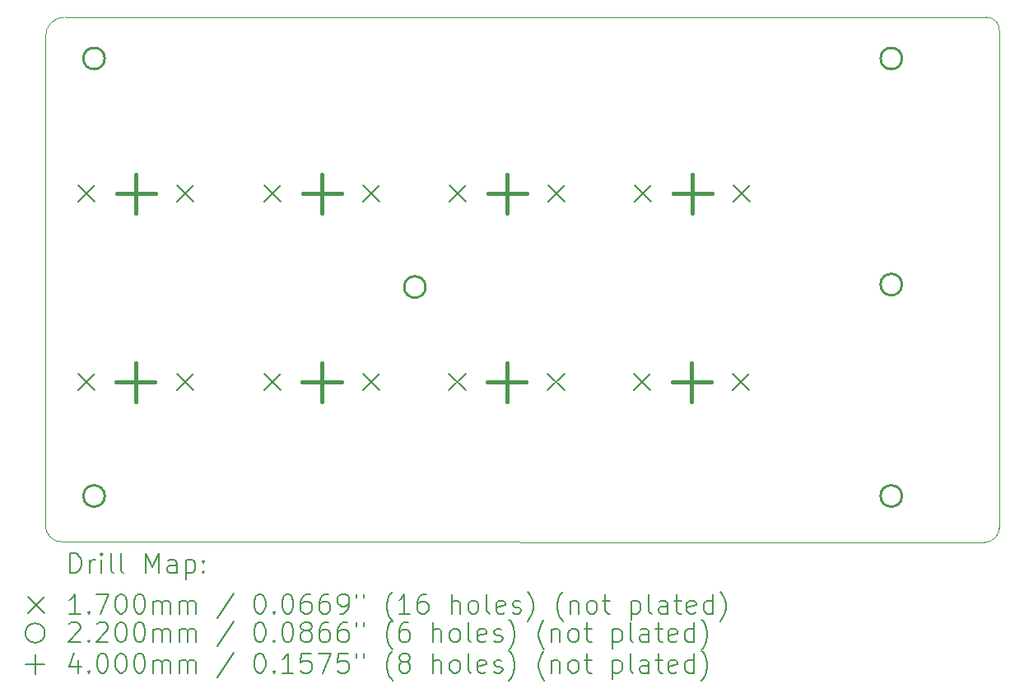
<source format=gbr>
%TF.GenerationSoftware,KiCad,Pcbnew,9.0.4*%
%TF.CreationDate,2025-09-21T01:01:59-07:00*%
%TF.ProjectId,Macro_Pad,4d616372-6f5f-4506-9164-2e6b69636164,rev?*%
%TF.SameCoordinates,Original*%
%TF.FileFunction,Drillmap*%
%TF.FilePolarity,Positive*%
%FSLAX45Y45*%
G04 Gerber Fmt 4.5, Leading zero omitted, Abs format (unit mm)*
G04 Created by KiCad (PCBNEW 9.0.4) date 2025-09-21 01:01:59*
%MOMM*%
%LPD*%
G01*
G04 APERTURE LIST*
%ADD10C,0.100000*%
%ADD11C,0.200000*%
%ADD12C,0.170000*%
%ADD13C,0.220000*%
%ADD14C,0.400000*%
G04 APERTURE END LIST*
D10*
X20380000Y-8675000D02*
X10905914Y-8674707D01*
X10872512Y-14072666D02*
X20361244Y-14074342D01*
X10701201Y-8874537D02*
G75*
G02*
X10905914Y-8674715I195169J4827D01*
G01*
X20510054Y-13929911D02*
X20512002Y-8814988D01*
X10872522Y-14072666D02*
G75*
G02*
X10698608Y-13899830I-1412J172496D01*
G01*
X10701201Y-8874534D02*
X10698606Y-13899830D01*
X20380000Y-8675000D02*
G75*
G02*
X20512002Y-8814988I0J-132230D01*
G01*
X20510054Y-13930003D02*
G75*
G02*
X20361244Y-14074335I-144364J-37D01*
G01*
D11*
D12*
X11033000Y-12343000D02*
X11203000Y-12513000D01*
X11203000Y-12343000D02*
X11033000Y-12513000D01*
X11039000Y-10405000D02*
X11209000Y-10575000D01*
X11209000Y-10405000D02*
X11039000Y-10575000D01*
X12049000Y-12343000D02*
X12219000Y-12513000D01*
X12219000Y-12343000D02*
X12049000Y-12513000D01*
X12055000Y-10405000D02*
X12225000Y-10575000D01*
X12225000Y-10405000D02*
X12055000Y-10575000D01*
X12951000Y-12343000D02*
X13121000Y-12513000D01*
X13121000Y-12343000D02*
X12951000Y-12513000D01*
X12953000Y-10405000D02*
X13123000Y-10575000D01*
X13123000Y-10405000D02*
X12953000Y-10575000D01*
X13967000Y-12343000D02*
X14137000Y-12513000D01*
X14137000Y-12343000D02*
X13967000Y-12513000D01*
X13969000Y-10405000D02*
X14139000Y-10575000D01*
X14139000Y-10405000D02*
X13969000Y-10575000D01*
X14851000Y-12343000D02*
X15021000Y-12513000D01*
X15021000Y-12343000D02*
X14851000Y-12513000D01*
X14857000Y-10405000D02*
X15027000Y-10575000D01*
X15027000Y-10405000D02*
X14857000Y-10575000D01*
X15867000Y-12343000D02*
X16037000Y-12513000D01*
X16037000Y-12343000D02*
X15867000Y-12513000D01*
X15873000Y-10405000D02*
X16043000Y-10575000D01*
X16043000Y-10405000D02*
X15873000Y-10575000D01*
X16753000Y-12343000D02*
X16923000Y-12513000D01*
X16923000Y-12343000D02*
X16753000Y-12513000D01*
X16763000Y-10405000D02*
X16933000Y-10575000D01*
X16933000Y-10405000D02*
X16763000Y-10575000D01*
X17769000Y-12343000D02*
X17939000Y-12513000D01*
X17939000Y-12343000D02*
X17769000Y-12513000D01*
X17779000Y-10405000D02*
X17949000Y-10575000D01*
X17949000Y-10405000D02*
X17779000Y-10575000D01*
D13*
X11310000Y-9100000D02*
G75*
G02*
X11090000Y-9100000I-110000J0D01*
G01*
X11090000Y-9100000D02*
G75*
G02*
X11310000Y-9100000I110000J0D01*
G01*
X11310000Y-13600000D02*
G75*
G02*
X11090000Y-13600000I-110000J0D01*
G01*
X11090000Y-13600000D02*
G75*
G02*
X11310000Y-13600000I110000J0D01*
G01*
X14610000Y-11450000D02*
G75*
G02*
X14390000Y-11450000I-110000J0D01*
G01*
X14390000Y-11450000D02*
G75*
G02*
X14610000Y-11450000I110000J0D01*
G01*
X19510000Y-9100000D02*
G75*
G02*
X19290000Y-9100000I-110000J0D01*
G01*
X19290000Y-9100000D02*
G75*
G02*
X19510000Y-9100000I110000J0D01*
G01*
X19510000Y-11425000D02*
G75*
G02*
X19290000Y-11425000I-110000J0D01*
G01*
X19290000Y-11425000D02*
G75*
G02*
X19510000Y-11425000I110000J0D01*
G01*
X19510000Y-13600000D02*
G75*
G02*
X19290000Y-13600000I-110000J0D01*
G01*
X19290000Y-13600000D02*
G75*
G02*
X19510000Y-13600000I110000J0D01*
G01*
D14*
X11626000Y-12228000D02*
X11626000Y-12628000D01*
X11426000Y-12428000D02*
X11826000Y-12428000D01*
X11632000Y-10290000D02*
X11632000Y-10690000D01*
X11432000Y-10490000D02*
X11832000Y-10490000D01*
X13544000Y-12228000D02*
X13544000Y-12628000D01*
X13344000Y-12428000D02*
X13744000Y-12428000D01*
X13546000Y-10290000D02*
X13546000Y-10690000D01*
X13346000Y-10490000D02*
X13746000Y-10490000D01*
X15444000Y-12228000D02*
X15444000Y-12628000D01*
X15244000Y-12428000D02*
X15644000Y-12428000D01*
X15450000Y-10290000D02*
X15450000Y-10690000D01*
X15250000Y-10490000D02*
X15650000Y-10490000D01*
X17346000Y-12228000D02*
X17346000Y-12628000D01*
X17146000Y-12428000D02*
X17546000Y-12428000D01*
X17356000Y-10290000D02*
X17356000Y-10690000D01*
X17156000Y-10490000D02*
X17556000Y-10490000D01*
D11*
X10954383Y-14390887D02*
X10954383Y-14190887D01*
X10954383Y-14190887D02*
X11002002Y-14190887D01*
X11002002Y-14190887D02*
X11030573Y-14200411D01*
X11030573Y-14200411D02*
X11049621Y-14219459D01*
X11049621Y-14219459D02*
X11059145Y-14238506D01*
X11059145Y-14238506D02*
X11068668Y-14276602D01*
X11068668Y-14276602D02*
X11068668Y-14305173D01*
X11068668Y-14305173D02*
X11059145Y-14343268D01*
X11059145Y-14343268D02*
X11049621Y-14362316D01*
X11049621Y-14362316D02*
X11030573Y-14381364D01*
X11030573Y-14381364D02*
X11002002Y-14390887D01*
X11002002Y-14390887D02*
X10954383Y-14390887D01*
X11154383Y-14390887D02*
X11154383Y-14257554D01*
X11154383Y-14295649D02*
X11163906Y-14276602D01*
X11163906Y-14276602D02*
X11173430Y-14267078D01*
X11173430Y-14267078D02*
X11192478Y-14257554D01*
X11192478Y-14257554D02*
X11211525Y-14257554D01*
X11278192Y-14390887D02*
X11278192Y-14257554D01*
X11278192Y-14190887D02*
X11268668Y-14200411D01*
X11268668Y-14200411D02*
X11278192Y-14209935D01*
X11278192Y-14209935D02*
X11287716Y-14200411D01*
X11287716Y-14200411D02*
X11278192Y-14190887D01*
X11278192Y-14190887D02*
X11278192Y-14209935D01*
X11402002Y-14390887D02*
X11382954Y-14381364D01*
X11382954Y-14381364D02*
X11373430Y-14362316D01*
X11373430Y-14362316D02*
X11373430Y-14190887D01*
X11506763Y-14390887D02*
X11487716Y-14381364D01*
X11487716Y-14381364D02*
X11478192Y-14362316D01*
X11478192Y-14362316D02*
X11478192Y-14190887D01*
X11735335Y-14390887D02*
X11735335Y-14190887D01*
X11735335Y-14190887D02*
X11802002Y-14333744D01*
X11802002Y-14333744D02*
X11868668Y-14190887D01*
X11868668Y-14190887D02*
X11868668Y-14390887D01*
X12049621Y-14390887D02*
X12049621Y-14286125D01*
X12049621Y-14286125D02*
X12040097Y-14267078D01*
X12040097Y-14267078D02*
X12021049Y-14257554D01*
X12021049Y-14257554D02*
X11982954Y-14257554D01*
X11982954Y-14257554D02*
X11963906Y-14267078D01*
X12049621Y-14381364D02*
X12030573Y-14390887D01*
X12030573Y-14390887D02*
X11982954Y-14390887D01*
X11982954Y-14390887D02*
X11963906Y-14381364D01*
X11963906Y-14381364D02*
X11954383Y-14362316D01*
X11954383Y-14362316D02*
X11954383Y-14343268D01*
X11954383Y-14343268D02*
X11963906Y-14324221D01*
X11963906Y-14324221D02*
X11982954Y-14314697D01*
X11982954Y-14314697D02*
X12030573Y-14314697D01*
X12030573Y-14314697D02*
X12049621Y-14305173D01*
X12144859Y-14257554D02*
X12144859Y-14457554D01*
X12144859Y-14267078D02*
X12163906Y-14257554D01*
X12163906Y-14257554D02*
X12202002Y-14257554D01*
X12202002Y-14257554D02*
X12221049Y-14267078D01*
X12221049Y-14267078D02*
X12230573Y-14276602D01*
X12230573Y-14276602D02*
X12240097Y-14295649D01*
X12240097Y-14295649D02*
X12240097Y-14352792D01*
X12240097Y-14352792D02*
X12230573Y-14371840D01*
X12230573Y-14371840D02*
X12221049Y-14381364D01*
X12221049Y-14381364D02*
X12202002Y-14390887D01*
X12202002Y-14390887D02*
X12163906Y-14390887D01*
X12163906Y-14390887D02*
X12144859Y-14381364D01*
X12325811Y-14371840D02*
X12335335Y-14381364D01*
X12335335Y-14381364D02*
X12325811Y-14390887D01*
X12325811Y-14390887D02*
X12316287Y-14381364D01*
X12316287Y-14381364D02*
X12325811Y-14371840D01*
X12325811Y-14371840D02*
X12325811Y-14390887D01*
X12325811Y-14267078D02*
X12335335Y-14276602D01*
X12335335Y-14276602D02*
X12325811Y-14286125D01*
X12325811Y-14286125D02*
X12316287Y-14276602D01*
X12316287Y-14276602D02*
X12325811Y-14267078D01*
X12325811Y-14267078D02*
X12325811Y-14286125D01*
D12*
X10523606Y-14634404D02*
X10693606Y-14804404D01*
X10693606Y-14634404D02*
X10523606Y-14804404D01*
D11*
X11059145Y-14810887D02*
X10944859Y-14810887D01*
X11002002Y-14810887D02*
X11002002Y-14610887D01*
X11002002Y-14610887D02*
X10982954Y-14639459D01*
X10982954Y-14639459D02*
X10963906Y-14658506D01*
X10963906Y-14658506D02*
X10944859Y-14668030D01*
X11144859Y-14791840D02*
X11154383Y-14801364D01*
X11154383Y-14801364D02*
X11144859Y-14810887D01*
X11144859Y-14810887D02*
X11135335Y-14801364D01*
X11135335Y-14801364D02*
X11144859Y-14791840D01*
X11144859Y-14791840D02*
X11144859Y-14810887D01*
X11221049Y-14610887D02*
X11354383Y-14610887D01*
X11354383Y-14610887D02*
X11268668Y-14810887D01*
X11468668Y-14610887D02*
X11487716Y-14610887D01*
X11487716Y-14610887D02*
X11506764Y-14620411D01*
X11506764Y-14620411D02*
X11516287Y-14629935D01*
X11516287Y-14629935D02*
X11525811Y-14648983D01*
X11525811Y-14648983D02*
X11535335Y-14687078D01*
X11535335Y-14687078D02*
X11535335Y-14734697D01*
X11535335Y-14734697D02*
X11525811Y-14772792D01*
X11525811Y-14772792D02*
X11516287Y-14791840D01*
X11516287Y-14791840D02*
X11506764Y-14801364D01*
X11506764Y-14801364D02*
X11487716Y-14810887D01*
X11487716Y-14810887D02*
X11468668Y-14810887D01*
X11468668Y-14810887D02*
X11449621Y-14801364D01*
X11449621Y-14801364D02*
X11440097Y-14791840D01*
X11440097Y-14791840D02*
X11430573Y-14772792D01*
X11430573Y-14772792D02*
X11421049Y-14734697D01*
X11421049Y-14734697D02*
X11421049Y-14687078D01*
X11421049Y-14687078D02*
X11430573Y-14648983D01*
X11430573Y-14648983D02*
X11440097Y-14629935D01*
X11440097Y-14629935D02*
X11449621Y-14620411D01*
X11449621Y-14620411D02*
X11468668Y-14610887D01*
X11659144Y-14610887D02*
X11678192Y-14610887D01*
X11678192Y-14610887D02*
X11697240Y-14620411D01*
X11697240Y-14620411D02*
X11706764Y-14629935D01*
X11706764Y-14629935D02*
X11716287Y-14648983D01*
X11716287Y-14648983D02*
X11725811Y-14687078D01*
X11725811Y-14687078D02*
X11725811Y-14734697D01*
X11725811Y-14734697D02*
X11716287Y-14772792D01*
X11716287Y-14772792D02*
X11706764Y-14791840D01*
X11706764Y-14791840D02*
X11697240Y-14801364D01*
X11697240Y-14801364D02*
X11678192Y-14810887D01*
X11678192Y-14810887D02*
X11659144Y-14810887D01*
X11659144Y-14810887D02*
X11640097Y-14801364D01*
X11640097Y-14801364D02*
X11630573Y-14791840D01*
X11630573Y-14791840D02*
X11621049Y-14772792D01*
X11621049Y-14772792D02*
X11611525Y-14734697D01*
X11611525Y-14734697D02*
X11611525Y-14687078D01*
X11611525Y-14687078D02*
X11621049Y-14648983D01*
X11621049Y-14648983D02*
X11630573Y-14629935D01*
X11630573Y-14629935D02*
X11640097Y-14620411D01*
X11640097Y-14620411D02*
X11659144Y-14610887D01*
X11811525Y-14810887D02*
X11811525Y-14677554D01*
X11811525Y-14696602D02*
X11821049Y-14687078D01*
X11821049Y-14687078D02*
X11840097Y-14677554D01*
X11840097Y-14677554D02*
X11868668Y-14677554D01*
X11868668Y-14677554D02*
X11887716Y-14687078D01*
X11887716Y-14687078D02*
X11897240Y-14706125D01*
X11897240Y-14706125D02*
X11897240Y-14810887D01*
X11897240Y-14706125D02*
X11906764Y-14687078D01*
X11906764Y-14687078D02*
X11925811Y-14677554D01*
X11925811Y-14677554D02*
X11954383Y-14677554D01*
X11954383Y-14677554D02*
X11973430Y-14687078D01*
X11973430Y-14687078D02*
X11982954Y-14706125D01*
X11982954Y-14706125D02*
X11982954Y-14810887D01*
X12078192Y-14810887D02*
X12078192Y-14677554D01*
X12078192Y-14696602D02*
X12087716Y-14687078D01*
X12087716Y-14687078D02*
X12106764Y-14677554D01*
X12106764Y-14677554D02*
X12135335Y-14677554D01*
X12135335Y-14677554D02*
X12154383Y-14687078D01*
X12154383Y-14687078D02*
X12163906Y-14706125D01*
X12163906Y-14706125D02*
X12163906Y-14810887D01*
X12163906Y-14706125D02*
X12173430Y-14687078D01*
X12173430Y-14687078D02*
X12192478Y-14677554D01*
X12192478Y-14677554D02*
X12221049Y-14677554D01*
X12221049Y-14677554D02*
X12240097Y-14687078D01*
X12240097Y-14687078D02*
X12249621Y-14706125D01*
X12249621Y-14706125D02*
X12249621Y-14810887D01*
X12640097Y-14601364D02*
X12468668Y-14858506D01*
X12897240Y-14610887D02*
X12916288Y-14610887D01*
X12916288Y-14610887D02*
X12935335Y-14620411D01*
X12935335Y-14620411D02*
X12944859Y-14629935D01*
X12944859Y-14629935D02*
X12954383Y-14648983D01*
X12954383Y-14648983D02*
X12963907Y-14687078D01*
X12963907Y-14687078D02*
X12963907Y-14734697D01*
X12963907Y-14734697D02*
X12954383Y-14772792D01*
X12954383Y-14772792D02*
X12944859Y-14791840D01*
X12944859Y-14791840D02*
X12935335Y-14801364D01*
X12935335Y-14801364D02*
X12916288Y-14810887D01*
X12916288Y-14810887D02*
X12897240Y-14810887D01*
X12897240Y-14810887D02*
X12878192Y-14801364D01*
X12878192Y-14801364D02*
X12868668Y-14791840D01*
X12868668Y-14791840D02*
X12859145Y-14772792D01*
X12859145Y-14772792D02*
X12849621Y-14734697D01*
X12849621Y-14734697D02*
X12849621Y-14687078D01*
X12849621Y-14687078D02*
X12859145Y-14648983D01*
X12859145Y-14648983D02*
X12868668Y-14629935D01*
X12868668Y-14629935D02*
X12878192Y-14620411D01*
X12878192Y-14620411D02*
X12897240Y-14610887D01*
X13049621Y-14791840D02*
X13059145Y-14801364D01*
X13059145Y-14801364D02*
X13049621Y-14810887D01*
X13049621Y-14810887D02*
X13040097Y-14801364D01*
X13040097Y-14801364D02*
X13049621Y-14791840D01*
X13049621Y-14791840D02*
X13049621Y-14810887D01*
X13182954Y-14610887D02*
X13202002Y-14610887D01*
X13202002Y-14610887D02*
X13221049Y-14620411D01*
X13221049Y-14620411D02*
X13230573Y-14629935D01*
X13230573Y-14629935D02*
X13240097Y-14648983D01*
X13240097Y-14648983D02*
X13249621Y-14687078D01*
X13249621Y-14687078D02*
X13249621Y-14734697D01*
X13249621Y-14734697D02*
X13240097Y-14772792D01*
X13240097Y-14772792D02*
X13230573Y-14791840D01*
X13230573Y-14791840D02*
X13221049Y-14801364D01*
X13221049Y-14801364D02*
X13202002Y-14810887D01*
X13202002Y-14810887D02*
X13182954Y-14810887D01*
X13182954Y-14810887D02*
X13163907Y-14801364D01*
X13163907Y-14801364D02*
X13154383Y-14791840D01*
X13154383Y-14791840D02*
X13144859Y-14772792D01*
X13144859Y-14772792D02*
X13135335Y-14734697D01*
X13135335Y-14734697D02*
X13135335Y-14687078D01*
X13135335Y-14687078D02*
X13144859Y-14648983D01*
X13144859Y-14648983D02*
X13154383Y-14629935D01*
X13154383Y-14629935D02*
X13163907Y-14620411D01*
X13163907Y-14620411D02*
X13182954Y-14610887D01*
X13421049Y-14610887D02*
X13382954Y-14610887D01*
X13382954Y-14610887D02*
X13363907Y-14620411D01*
X13363907Y-14620411D02*
X13354383Y-14629935D01*
X13354383Y-14629935D02*
X13335335Y-14658506D01*
X13335335Y-14658506D02*
X13325811Y-14696602D01*
X13325811Y-14696602D02*
X13325811Y-14772792D01*
X13325811Y-14772792D02*
X13335335Y-14791840D01*
X13335335Y-14791840D02*
X13344859Y-14801364D01*
X13344859Y-14801364D02*
X13363907Y-14810887D01*
X13363907Y-14810887D02*
X13402002Y-14810887D01*
X13402002Y-14810887D02*
X13421049Y-14801364D01*
X13421049Y-14801364D02*
X13430573Y-14791840D01*
X13430573Y-14791840D02*
X13440097Y-14772792D01*
X13440097Y-14772792D02*
X13440097Y-14725173D01*
X13440097Y-14725173D02*
X13430573Y-14706125D01*
X13430573Y-14706125D02*
X13421049Y-14696602D01*
X13421049Y-14696602D02*
X13402002Y-14687078D01*
X13402002Y-14687078D02*
X13363907Y-14687078D01*
X13363907Y-14687078D02*
X13344859Y-14696602D01*
X13344859Y-14696602D02*
X13335335Y-14706125D01*
X13335335Y-14706125D02*
X13325811Y-14725173D01*
X13611526Y-14610887D02*
X13573430Y-14610887D01*
X13573430Y-14610887D02*
X13554383Y-14620411D01*
X13554383Y-14620411D02*
X13544859Y-14629935D01*
X13544859Y-14629935D02*
X13525811Y-14658506D01*
X13525811Y-14658506D02*
X13516288Y-14696602D01*
X13516288Y-14696602D02*
X13516288Y-14772792D01*
X13516288Y-14772792D02*
X13525811Y-14791840D01*
X13525811Y-14791840D02*
X13535335Y-14801364D01*
X13535335Y-14801364D02*
X13554383Y-14810887D01*
X13554383Y-14810887D02*
X13592478Y-14810887D01*
X13592478Y-14810887D02*
X13611526Y-14801364D01*
X13611526Y-14801364D02*
X13621049Y-14791840D01*
X13621049Y-14791840D02*
X13630573Y-14772792D01*
X13630573Y-14772792D02*
X13630573Y-14725173D01*
X13630573Y-14725173D02*
X13621049Y-14706125D01*
X13621049Y-14706125D02*
X13611526Y-14696602D01*
X13611526Y-14696602D02*
X13592478Y-14687078D01*
X13592478Y-14687078D02*
X13554383Y-14687078D01*
X13554383Y-14687078D02*
X13535335Y-14696602D01*
X13535335Y-14696602D02*
X13525811Y-14706125D01*
X13525811Y-14706125D02*
X13516288Y-14725173D01*
X13725811Y-14810887D02*
X13763907Y-14810887D01*
X13763907Y-14810887D02*
X13782954Y-14801364D01*
X13782954Y-14801364D02*
X13792478Y-14791840D01*
X13792478Y-14791840D02*
X13811526Y-14763268D01*
X13811526Y-14763268D02*
X13821049Y-14725173D01*
X13821049Y-14725173D02*
X13821049Y-14648983D01*
X13821049Y-14648983D02*
X13811526Y-14629935D01*
X13811526Y-14629935D02*
X13802002Y-14620411D01*
X13802002Y-14620411D02*
X13782954Y-14610887D01*
X13782954Y-14610887D02*
X13744859Y-14610887D01*
X13744859Y-14610887D02*
X13725811Y-14620411D01*
X13725811Y-14620411D02*
X13716288Y-14629935D01*
X13716288Y-14629935D02*
X13706764Y-14648983D01*
X13706764Y-14648983D02*
X13706764Y-14696602D01*
X13706764Y-14696602D02*
X13716288Y-14715649D01*
X13716288Y-14715649D02*
X13725811Y-14725173D01*
X13725811Y-14725173D02*
X13744859Y-14734697D01*
X13744859Y-14734697D02*
X13782954Y-14734697D01*
X13782954Y-14734697D02*
X13802002Y-14725173D01*
X13802002Y-14725173D02*
X13811526Y-14715649D01*
X13811526Y-14715649D02*
X13821049Y-14696602D01*
X13897240Y-14610887D02*
X13897240Y-14648983D01*
X13973430Y-14610887D02*
X13973430Y-14648983D01*
X14268669Y-14887078D02*
X14259145Y-14877554D01*
X14259145Y-14877554D02*
X14240097Y-14848983D01*
X14240097Y-14848983D02*
X14230573Y-14829935D01*
X14230573Y-14829935D02*
X14221050Y-14801364D01*
X14221050Y-14801364D02*
X14211526Y-14753744D01*
X14211526Y-14753744D02*
X14211526Y-14715649D01*
X14211526Y-14715649D02*
X14221050Y-14668030D01*
X14221050Y-14668030D02*
X14230573Y-14639459D01*
X14230573Y-14639459D02*
X14240097Y-14620411D01*
X14240097Y-14620411D02*
X14259145Y-14591840D01*
X14259145Y-14591840D02*
X14268669Y-14582316D01*
X14449621Y-14810887D02*
X14335335Y-14810887D01*
X14392478Y-14810887D02*
X14392478Y-14610887D01*
X14392478Y-14610887D02*
X14373430Y-14639459D01*
X14373430Y-14639459D02*
X14354383Y-14658506D01*
X14354383Y-14658506D02*
X14335335Y-14668030D01*
X14621050Y-14610887D02*
X14582954Y-14610887D01*
X14582954Y-14610887D02*
X14563907Y-14620411D01*
X14563907Y-14620411D02*
X14554383Y-14629935D01*
X14554383Y-14629935D02*
X14535335Y-14658506D01*
X14535335Y-14658506D02*
X14525811Y-14696602D01*
X14525811Y-14696602D02*
X14525811Y-14772792D01*
X14525811Y-14772792D02*
X14535335Y-14791840D01*
X14535335Y-14791840D02*
X14544859Y-14801364D01*
X14544859Y-14801364D02*
X14563907Y-14810887D01*
X14563907Y-14810887D02*
X14602002Y-14810887D01*
X14602002Y-14810887D02*
X14621050Y-14801364D01*
X14621050Y-14801364D02*
X14630573Y-14791840D01*
X14630573Y-14791840D02*
X14640097Y-14772792D01*
X14640097Y-14772792D02*
X14640097Y-14725173D01*
X14640097Y-14725173D02*
X14630573Y-14706125D01*
X14630573Y-14706125D02*
X14621050Y-14696602D01*
X14621050Y-14696602D02*
X14602002Y-14687078D01*
X14602002Y-14687078D02*
X14563907Y-14687078D01*
X14563907Y-14687078D02*
X14544859Y-14696602D01*
X14544859Y-14696602D02*
X14535335Y-14706125D01*
X14535335Y-14706125D02*
X14525811Y-14725173D01*
X14878192Y-14810887D02*
X14878192Y-14610887D01*
X14963907Y-14810887D02*
X14963907Y-14706125D01*
X14963907Y-14706125D02*
X14954383Y-14687078D01*
X14954383Y-14687078D02*
X14935335Y-14677554D01*
X14935335Y-14677554D02*
X14906764Y-14677554D01*
X14906764Y-14677554D02*
X14887716Y-14687078D01*
X14887716Y-14687078D02*
X14878192Y-14696602D01*
X15087716Y-14810887D02*
X15068669Y-14801364D01*
X15068669Y-14801364D02*
X15059145Y-14791840D01*
X15059145Y-14791840D02*
X15049621Y-14772792D01*
X15049621Y-14772792D02*
X15049621Y-14715649D01*
X15049621Y-14715649D02*
X15059145Y-14696602D01*
X15059145Y-14696602D02*
X15068669Y-14687078D01*
X15068669Y-14687078D02*
X15087716Y-14677554D01*
X15087716Y-14677554D02*
X15116288Y-14677554D01*
X15116288Y-14677554D02*
X15135335Y-14687078D01*
X15135335Y-14687078D02*
X15144859Y-14696602D01*
X15144859Y-14696602D02*
X15154383Y-14715649D01*
X15154383Y-14715649D02*
X15154383Y-14772792D01*
X15154383Y-14772792D02*
X15144859Y-14791840D01*
X15144859Y-14791840D02*
X15135335Y-14801364D01*
X15135335Y-14801364D02*
X15116288Y-14810887D01*
X15116288Y-14810887D02*
X15087716Y-14810887D01*
X15268669Y-14810887D02*
X15249621Y-14801364D01*
X15249621Y-14801364D02*
X15240097Y-14782316D01*
X15240097Y-14782316D02*
X15240097Y-14610887D01*
X15421050Y-14801364D02*
X15402002Y-14810887D01*
X15402002Y-14810887D02*
X15363907Y-14810887D01*
X15363907Y-14810887D02*
X15344859Y-14801364D01*
X15344859Y-14801364D02*
X15335335Y-14782316D01*
X15335335Y-14782316D02*
X15335335Y-14706125D01*
X15335335Y-14706125D02*
X15344859Y-14687078D01*
X15344859Y-14687078D02*
X15363907Y-14677554D01*
X15363907Y-14677554D02*
X15402002Y-14677554D01*
X15402002Y-14677554D02*
X15421050Y-14687078D01*
X15421050Y-14687078D02*
X15430573Y-14706125D01*
X15430573Y-14706125D02*
X15430573Y-14725173D01*
X15430573Y-14725173D02*
X15335335Y-14744221D01*
X15506764Y-14801364D02*
X15525812Y-14810887D01*
X15525812Y-14810887D02*
X15563907Y-14810887D01*
X15563907Y-14810887D02*
X15582954Y-14801364D01*
X15582954Y-14801364D02*
X15592478Y-14782316D01*
X15592478Y-14782316D02*
X15592478Y-14772792D01*
X15592478Y-14772792D02*
X15582954Y-14753744D01*
X15582954Y-14753744D02*
X15563907Y-14744221D01*
X15563907Y-14744221D02*
X15535335Y-14744221D01*
X15535335Y-14744221D02*
X15516288Y-14734697D01*
X15516288Y-14734697D02*
X15506764Y-14715649D01*
X15506764Y-14715649D02*
X15506764Y-14706125D01*
X15506764Y-14706125D02*
X15516288Y-14687078D01*
X15516288Y-14687078D02*
X15535335Y-14677554D01*
X15535335Y-14677554D02*
X15563907Y-14677554D01*
X15563907Y-14677554D02*
X15582954Y-14687078D01*
X15659145Y-14887078D02*
X15668669Y-14877554D01*
X15668669Y-14877554D02*
X15687716Y-14848983D01*
X15687716Y-14848983D02*
X15697240Y-14829935D01*
X15697240Y-14829935D02*
X15706764Y-14801364D01*
X15706764Y-14801364D02*
X15716288Y-14753744D01*
X15716288Y-14753744D02*
X15716288Y-14715649D01*
X15716288Y-14715649D02*
X15706764Y-14668030D01*
X15706764Y-14668030D02*
X15697240Y-14639459D01*
X15697240Y-14639459D02*
X15687716Y-14620411D01*
X15687716Y-14620411D02*
X15668669Y-14591840D01*
X15668669Y-14591840D02*
X15659145Y-14582316D01*
X16021050Y-14887078D02*
X16011526Y-14877554D01*
X16011526Y-14877554D02*
X15992478Y-14848983D01*
X15992478Y-14848983D02*
X15982954Y-14829935D01*
X15982954Y-14829935D02*
X15973431Y-14801364D01*
X15973431Y-14801364D02*
X15963907Y-14753744D01*
X15963907Y-14753744D02*
X15963907Y-14715649D01*
X15963907Y-14715649D02*
X15973431Y-14668030D01*
X15973431Y-14668030D02*
X15982954Y-14639459D01*
X15982954Y-14639459D02*
X15992478Y-14620411D01*
X15992478Y-14620411D02*
X16011526Y-14591840D01*
X16011526Y-14591840D02*
X16021050Y-14582316D01*
X16097240Y-14677554D02*
X16097240Y-14810887D01*
X16097240Y-14696602D02*
X16106764Y-14687078D01*
X16106764Y-14687078D02*
X16125812Y-14677554D01*
X16125812Y-14677554D02*
X16154383Y-14677554D01*
X16154383Y-14677554D02*
X16173431Y-14687078D01*
X16173431Y-14687078D02*
X16182954Y-14706125D01*
X16182954Y-14706125D02*
X16182954Y-14810887D01*
X16306764Y-14810887D02*
X16287716Y-14801364D01*
X16287716Y-14801364D02*
X16278193Y-14791840D01*
X16278193Y-14791840D02*
X16268669Y-14772792D01*
X16268669Y-14772792D02*
X16268669Y-14715649D01*
X16268669Y-14715649D02*
X16278193Y-14696602D01*
X16278193Y-14696602D02*
X16287716Y-14687078D01*
X16287716Y-14687078D02*
X16306764Y-14677554D01*
X16306764Y-14677554D02*
X16335335Y-14677554D01*
X16335335Y-14677554D02*
X16354383Y-14687078D01*
X16354383Y-14687078D02*
X16363907Y-14696602D01*
X16363907Y-14696602D02*
X16373431Y-14715649D01*
X16373431Y-14715649D02*
X16373431Y-14772792D01*
X16373431Y-14772792D02*
X16363907Y-14791840D01*
X16363907Y-14791840D02*
X16354383Y-14801364D01*
X16354383Y-14801364D02*
X16335335Y-14810887D01*
X16335335Y-14810887D02*
X16306764Y-14810887D01*
X16430574Y-14677554D02*
X16506764Y-14677554D01*
X16459145Y-14610887D02*
X16459145Y-14782316D01*
X16459145Y-14782316D02*
X16468669Y-14801364D01*
X16468669Y-14801364D02*
X16487716Y-14810887D01*
X16487716Y-14810887D02*
X16506764Y-14810887D01*
X16725812Y-14677554D02*
X16725812Y-14877554D01*
X16725812Y-14687078D02*
X16744859Y-14677554D01*
X16744859Y-14677554D02*
X16782955Y-14677554D01*
X16782955Y-14677554D02*
X16802002Y-14687078D01*
X16802002Y-14687078D02*
X16811526Y-14696602D01*
X16811526Y-14696602D02*
X16821050Y-14715649D01*
X16821050Y-14715649D02*
X16821050Y-14772792D01*
X16821050Y-14772792D02*
X16811526Y-14791840D01*
X16811526Y-14791840D02*
X16802002Y-14801364D01*
X16802002Y-14801364D02*
X16782955Y-14810887D01*
X16782955Y-14810887D02*
X16744859Y-14810887D01*
X16744859Y-14810887D02*
X16725812Y-14801364D01*
X16935336Y-14810887D02*
X16916288Y-14801364D01*
X16916288Y-14801364D02*
X16906764Y-14782316D01*
X16906764Y-14782316D02*
X16906764Y-14610887D01*
X17097240Y-14810887D02*
X17097240Y-14706125D01*
X17097240Y-14706125D02*
X17087717Y-14687078D01*
X17087717Y-14687078D02*
X17068669Y-14677554D01*
X17068669Y-14677554D02*
X17030574Y-14677554D01*
X17030574Y-14677554D02*
X17011526Y-14687078D01*
X17097240Y-14801364D02*
X17078193Y-14810887D01*
X17078193Y-14810887D02*
X17030574Y-14810887D01*
X17030574Y-14810887D02*
X17011526Y-14801364D01*
X17011526Y-14801364D02*
X17002002Y-14782316D01*
X17002002Y-14782316D02*
X17002002Y-14763268D01*
X17002002Y-14763268D02*
X17011526Y-14744221D01*
X17011526Y-14744221D02*
X17030574Y-14734697D01*
X17030574Y-14734697D02*
X17078193Y-14734697D01*
X17078193Y-14734697D02*
X17097240Y-14725173D01*
X17163907Y-14677554D02*
X17240097Y-14677554D01*
X17192478Y-14610887D02*
X17192478Y-14782316D01*
X17192478Y-14782316D02*
X17202002Y-14801364D01*
X17202002Y-14801364D02*
X17221050Y-14810887D01*
X17221050Y-14810887D02*
X17240097Y-14810887D01*
X17382955Y-14801364D02*
X17363907Y-14810887D01*
X17363907Y-14810887D02*
X17325812Y-14810887D01*
X17325812Y-14810887D02*
X17306764Y-14801364D01*
X17306764Y-14801364D02*
X17297240Y-14782316D01*
X17297240Y-14782316D02*
X17297240Y-14706125D01*
X17297240Y-14706125D02*
X17306764Y-14687078D01*
X17306764Y-14687078D02*
X17325812Y-14677554D01*
X17325812Y-14677554D02*
X17363907Y-14677554D01*
X17363907Y-14677554D02*
X17382955Y-14687078D01*
X17382955Y-14687078D02*
X17392478Y-14706125D01*
X17392478Y-14706125D02*
X17392478Y-14725173D01*
X17392478Y-14725173D02*
X17297240Y-14744221D01*
X17563907Y-14810887D02*
X17563907Y-14610887D01*
X17563907Y-14801364D02*
X17544859Y-14810887D01*
X17544859Y-14810887D02*
X17506764Y-14810887D01*
X17506764Y-14810887D02*
X17487717Y-14801364D01*
X17487717Y-14801364D02*
X17478193Y-14791840D01*
X17478193Y-14791840D02*
X17468669Y-14772792D01*
X17468669Y-14772792D02*
X17468669Y-14715649D01*
X17468669Y-14715649D02*
X17478193Y-14696602D01*
X17478193Y-14696602D02*
X17487717Y-14687078D01*
X17487717Y-14687078D02*
X17506764Y-14677554D01*
X17506764Y-14677554D02*
X17544859Y-14677554D01*
X17544859Y-14677554D02*
X17563907Y-14687078D01*
X17640098Y-14887078D02*
X17649621Y-14877554D01*
X17649621Y-14877554D02*
X17668669Y-14848983D01*
X17668669Y-14848983D02*
X17678193Y-14829935D01*
X17678193Y-14829935D02*
X17687717Y-14801364D01*
X17687717Y-14801364D02*
X17697240Y-14753744D01*
X17697240Y-14753744D02*
X17697240Y-14715649D01*
X17697240Y-14715649D02*
X17687717Y-14668030D01*
X17687717Y-14668030D02*
X17678193Y-14639459D01*
X17678193Y-14639459D02*
X17668669Y-14620411D01*
X17668669Y-14620411D02*
X17649621Y-14591840D01*
X17649621Y-14591840D02*
X17640098Y-14582316D01*
X10693606Y-15009404D02*
G75*
G02*
X10493606Y-15009404I-100000J0D01*
G01*
X10493606Y-15009404D02*
G75*
G02*
X10693606Y-15009404I100000J0D01*
G01*
X10944859Y-14919935D02*
X10954383Y-14910411D01*
X10954383Y-14910411D02*
X10973430Y-14900887D01*
X10973430Y-14900887D02*
X11021049Y-14900887D01*
X11021049Y-14900887D02*
X11040097Y-14910411D01*
X11040097Y-14910411D02*
X11049621Y-14919935D01*
X11049621Y-14919935D02*
X11059145Y-14938983D01*
X11059145Y-14938983D02*
X11059145Y-14958030D01*
X11059145Y-14958030D02*
X11049621Y-14986602D01*
X11049621Y-14986602D02*
X10935335Y-15100887D01*
X10935335Y-15100887D02*
X11059145Y-15100887D01*
X11144859Y-15081840D02*
X11154383Y-15091364D01*
X11154383Y-15091364D02*
X11144859Y-15100887D01*
X11144859Y-15100887D02*
X11135335Y-15091364D01*
X11135335Y-15091364D02*
X11144859Y-15081840D01*
X11144859Y-15081840D02*
X11144859Y-15100887D01*
X11230573Y-14919935D02*
X11240097Y-14910411D01*
X11240097Y-14910411D02*
X11259144Y-14900887D01*
X11259144Y-14900887D02*
X11306764Y-14900887D01*
X11306764Y-14900887D02*
X11325811Y-14910411D01*
X11325811Y-14910411D02*
X11335335Y-14919935D01*
X11335335Y-14919935D02*
X11344859Y-14938983D01*
X11344859Y-14938983D02*
X11344859Y-14958030D01*
X11344859Y-14958030D02*
X11335335Y-14986602D01*
X11335335Y-14986602D02*
X11221049Y-15100887D01*
X11221049Y-15100887D02*
X11344859Y-15100887D01*
X11468668Y-14900887D02*
X11487716Y-14900887D01*
X11487716Y-14900887D02*
X11506764Y-14910411D01*
X11506764Y-14910411D02*
X11516287Y-14919935D01*
X11516287Y-14919935D02*
X11525811Y-14938983D01*
X11525811Y-14938983D02*
X11535335Y-14977078D01*
X11535335Y-14977078D02*
X11535335Y-15024697D01*
X11535335Y-15024697D02*
X11525811Y-15062792D01*
X11525811Y-15062792D02*
X11516287Y-15081840D01*
X11516287Y-15081840D02*
X11506764Y-15091364D01*
X11506764Y-15091364D02*
X11487716Y-15100887D01*
X11487716Y-15100887D02*
X11468668Y-15100887D01*
X11468668Y-15100887D02*
X11449621Y-15091364D01*
X11449621Y-15091364D02*
X11440097Y-15081840D01*
X11440097Y-15081840D02*
X11430573Y-15062792D01*
X11430573Y-15062792D02*
X11421049Y-15024697D01*
X11421049Y-15024697D02*
X11421049Y-14977078D01*
X11421049Y-14977078D02*
X11430573Y-14938983D01*
X11430573Y-14938983D02*
X11440097Y-14919935D01*
X11440097Y-14919935D02*
X11449621Y-14910411D01*
X11449621Y-14910411D02*
X11468668Y-14900887D01*
X11659144Y-14900887D02*
X11678192Y-14900887D01*
X11678192Y-14900887D02*
X11697240Y-14910411D01*
X11697240Y-14910411D02*
X11706764Y-14919935D01*
X11706764Y-14919935D02*
X11716287Y-14938983D01*
X11716287Y-14938983D02*
X11725811Y-14977078D01*
X11725811Y-14977078D02*
X11725811Y-15024697D01*
X11725811Y-15024697D02*
X11716287Y-15062792D01*
X11716287Y-15062792D02*
X11706764Y-15081840D01*
X11706764Y-15081840D02*
X11697240Y-15091364D01*
X11697240Y-15091364D02*
X11678192Y-15100887D01*
X11678192Y-15100887D02*
X11659144Y-15100887D01*
X11659144Y-15100887D02*
X11640097Y-15091364D01*
X11640097Y-15091364D02*
X11630573Y-15081840D01*
X11630573Y-15081840D02*
X11621049Y-15062792D01*
X11621049Y-15062792D02*
X11611525Y-15024697D01*
X11611525Y-15024697D02*
X11611525Y-14977078D01*
X11611525Y-14977078D02*
X11621049Y-14938983D01*
X11621049Y-14938983D02*
X11630573Y-14919935D01*
X11630573Y-14919935D02*
X11640097Y-14910411D01*
X11640097Y-14910411D02*
X11659144Y-14900887D01*
X11811525Y-15100887D02*
X11811525Y-14967554D01*
X11811525Y-14986602D02*
X11821049Y-14977078D01*
X11821049Y-14977078D02*
X11840097Y-14967554D01*
X11840097Y-14967554D02*
X11868668Y-14967554D01*
X11868668Y-14967554D02*
X11887716Y-14977078D01*
X11887716Y-14977078D02*
X11897240Y-14996125D01*
X11897240Y-14996125D02*
X11897240Y-15100887D01*
X11897240Y-14996125D02*
X11906764Y-14977078D01*
X11906764Y-14977078D02*
X11925811Y-14967554D01*
X11925811Y-14967554D02*
X11954383Y-14967554D01*
X11954383Y-14967554D02*
X11973430Y-14977078D01*
X11973430Y-14977078D02*
X11982954Y-14996125D01*
X11982954Y-14996125D02*
X11982954Y-15100887D01*
X12078192Y-15100887D02*
X12078192Y-14967554D01*
X12078192Y-14986602D02*
X12087716Y-14977078D01*
X12087716Y-14977078D02*
X12106764Y-14967554D01*
X12106764Y-14967554D02*
X12135335Y-14967554D01*
X12135335Y-14967554D02*
X12154383Y-14977078D01*
X12154383Y-14977078D02*
X12163906Y-14996125D01*
X12163906Y-14996125D02*
X12163906Y-15100887D01*
X12163906Y-14996125D02*
X12173430Y-14977078D01*
X12173430Y-14977078D02*
X12192478Y-14967554D01*
X12192478Y-14967554D02*
X12221049Y-14967554D01*
X12221049Y-14967554D02*
X12240097Y-14977078D01*
X12240097Y-14977078D02*
X12249621Y-14996125D01*
X12249621Y-14996125D02*
X12249621Y-15100887D01*
X12640097Y-14891364D02*
X12468668Y-15148506D01*
X12897240Y-14900887D02*
X12916288Y-14900887D01*
X12916288Y-14900887D02*
X12935335Y-14910411D01*
X12935335Y-14910411D02*
X12944859Y-14919935D01*
X12944859Y-14919935D02*
X12954383Y-14938983D01*
X12954383Y-14938983D02*
X12963907Y-14977078D01*
X12963907Y-14977078D02*
X12963907Y-15024697D01*
X12963907Y-15024697D02*
X12954383Y-15062792D01*
X12954383Y-15062792D02*
X12944859Y-15081840D01*
X12944859Y-15081840D02*
X12935335Y-15091364D01*
X12935335Y-15091364D02*
X12916288Y-15100887D01*
X12916288Y-15100887D02*
X12897240Y-15100887D01*
X12897240Y-15100887D02*
X12878192Y-15091364D01*
X12878192Y-15091364D02*
X12868668Y-15081840D01*
X12868668Y-15081840D02*
X12859145Y-15062792D01*
X12859145Y-15062792D02*
X12849621Y-15024697D01*
X12849621Y-15024697D02*
X12849621Y-14977078D01*
X12849621Y-14977078D02*
X12859145Y-14938983D01*
X12859145Y-14938983D02*
X12868668Y-14919935D01*
X12868668Y-14919935D02*
X12878192Y-14910411D01*
X12878192Y-14910411D02*
X12897240Y-14900887D01*
X13049621Y-15081840D02*
X13059145Y-15091364D01*
X13059145Y-15091364D02*
X13049621Y-15100887D01*
X13049621Y-15100887D02*
X13040097Y-15091364D01*
X13040097Y-15091364D02*
X13049621Y-15081840D01*
X13049621Y-15081840D02*
X13049621Y-15100887D01*
X13182954Y-14900887D02*
X13202002Y-14900887D01*
X13202002Y-14900887D02*
X13221049Y-14910411D01*
X13221049Y-14910411D02*
X13230573Y-14919935D01*
X13230573Y-14919935D02*
X13240097Y-14938983D01*
X13240097Y-14938983D02*
X13249621Y-14977078D01*
X13249621Y-14977078D02*
X13249621Y-15024697D01*
X13249621Y-15024697D02*
X13240097Y-15062792D01*
X13240097Y-15062792D02*
X13230573Y-15081840D01*
X13230573Y-15081840D02*
X13221049Y-15091364D01*
X13221049Y-15091364D02*
X13202002Y-15100887D01*
X13202002Y-15100887D02*
X13182954Y-15100887D01*
X13182954Y-15100887D02*
X13163907Y-15091364D01*
X13163907Y-15091364D02*
X13154383Y-15081840D01*
X13154383Y-15081840D02*
X13144859Y-15062792D01*
X13144859Y-15062792D02*
X13135335Y-15024697D01*
X13135335Y-15024697D02*
X13135335Y-14977078D01*
X13135335Y-14977078D02*
X13144859Y-14938983D01*
X13144859Y-14938983D02*
X13154383Y-14919935D01*
X13154383Y-14919935D02*
X13163907Y-14910411D01*
X13163907Y-14910411D02*
X13182954Y-14900887D01*
X13363907Y-14986602D02*
X13344859Y-14977078D01*
X13344859Y-14977078D02*
X13335335Y-14967554D01*
X13335335Y-14967554D02*
X13325811Y-14948506D01*
X13325811Y-14948506D02*
X13325811Y-14938983D01*
X13325811Y-14938983D02*
X13335335Y-14919935D01*
X13335335Y-14919935D02*
X13344859Y-14910411D01*
X13344859Y-14910411D02*
X13363907Y-14900887D01*
X13363907Y-14900887D02*
X13402002Y-14900887D01*
X13402002Y-14900887D02*
X13421049Y-14910411D01*
X13421049Y-14910411D02*
X13430573Y-14919935D01*
X13430573Y-14919935D02*
X13440097Y-14938983D01*
X13440097Y-14938983D02*
X13440097Y-14948506D01*
X13440097Y-14948506D02*
X13430573Y-14967554D01*
X13430573Y-14967554D02*
X13421049Y-14977078D01*
X13421049Y-14977078D02*
X13402002Y-14986602D01*
X13402002Y-14986602D02*
X13363907Y-14986602D01*
X13363907Y-14986602D02*
X13344859Y-14996125D01*
X13344859Y-14996125D02*
X13335335Y-15005649D01*
X13335335Y-15005649D02*
X13325811Y-15024697D01*
X13325811Y-15024697D02*
X13325811Y-15062792D01*
X13325811Y-15062792D02*
X13335335Y-15081840D01*
X13335335Y-15081840D02*
X13344859Y-15091364D01*
X13344859Y-15091364D02*
X13363907Y-15100887D01*
X13363907Y-15100887D02*
X13402002Y-15100887D01*
X13402002Y-15100887D02*
X13421049Y-15091364D01*
X13421049Y-15091364D02*
X13430573Y-15081840D01*
X13430573Y-15081840D02*
X13440097Y-15062792D01*
X13440097Y-15062792D02*
X13440097Y-15024697D01*
X13440097Y-15024697D02*
X13430573Y-15005649D01*
X13430573Y-15005649D02*
X13421049Y-14996125D01*
X13421049Y-14996125D02*
X13402002Y-14986602D01*
X13611526Y-14900887D02*
X13573430Y-14900887D01*
X13573430Y-14900887D02*
X13554383Y-14910411D01*
X13554383Y-14910411D02*
X13544859Y-14919935D01*
X13544859Y-14919935D02*
X13525811Y-14948506D01*
X13525811Y-14948506D02*
X13516288Y-14986602D01*
X13516288Y-14986602D02*
X13516288Y-15062792D01*
X13516288Y-15062792D02*
X13525811Y-15081840D01*
X13525811Y-15081840D02*
X13535335Y-15091364D01*
X13535335Y-15091364D02*
X13554383Y-15100887D01*
X13554383Y-15100887D02*
X13592478Y-15100887D01*
X13592478Y-15100887D02*
X13611526Y-15091364D01*
X13611526Y-15091364D02*
X13621049Y-15081840D01*
X13621049Y-15081840D02*
X13630573Y-15062792D01*
X13630573Y-15062792D02*
X13630573Y-15015173D01*
X13630573Y-15015173D02*
X13621049Y-14996125D01*
X13621049Y-14996125D02*
X13611526Y-14986602D01*
X13611526Y-14986602D02*
X13592478Y-14977078D01*
X13592478Y-14977078D02*
X13554383Y-14977078D01*
X13554383Y-14977078D02*
X13535335Y-14986602D01*
X13535335Y-14986602D02*
X13525811Y-14996125D01*
X13525811Y-14996125D02*
X13516288Y-15015173D01*
X13802002Y-14900887D02*
X13763907Y-14900887D01*
X13763907Y-14900887D02*
X13744859Y-14910411D01*
X13744859Y-14910411D02*
X13735335Y-14919935D01*
X13735335Y-14919935D02*
X13716288Y-14948506D01*
X13716288Y-14948506D02*
X13706764Y-14986602D01*
X13706764Y-14986602D02*
X13706764Y-15062792D01*
X13706764Y-15062792D02*
X13716288Y-15081840D01*
X13716288Y-15081840D02*
X13725811Y-15091364D01*
X13725811Y-15091364D02*
X13744859Y-15100887D01*
X13744859Y-15100887D02*
X13782954Y-15100887D01*
X13782954Y-15100887D02*
X13802002Y-15091364D01*
X13802002Y-15091364D02*
X13811526Y-15081840D01*
X13811526Y-15081840D02*
X13821049Y-15062792D01*
X13821049Y-15062792D02*
X13821049Y-15015173D01*
X13821049Y-15015173D02*
X13811526Y-14996125D01*
X13811526Y-14996125D02*
X13802002Y-14986602D01*
X13802002Y-14986602D02*
X13782954Y-14977078D01*
X13782954Y-14977078D02*
X13744859Y-14977078D01*
X13744859Y-14977078D02*
X13725811Y-14986602D01*
X13725811Y-14986602D02*
X13716288Y-14996125D01*
X13716288Y-14996125D02*
X13706764Y-15015173D01*
X13897240Y-14900887D02*
X13897240Y-14938983D01*
X13973430Y-14900887D02*
X13973430Y-14938983D01*
X14268669Y-15177078D02*
X14259145Y-15167554D01*
X14259145Y-15167554D02*
X14240097Y-15138983D01*
X14240097Y-15138983D02*
X14230573Y-15119935D01*
X14230573Y-15119935D02*
X14221050Y-15091364D01*
X14221050Y-15091364D02*
X14211526Y-15043744D01*
X14211526Y-15043744D02*
X14211526Y-15005649D01*
X14211526Y-15005649D02*
X14221050Y-14958030D01*
X14221050Y-14958030D02*
X14230573Y-14929459D01*
X14230573Y-14929459D02*
X14240097Y-14910411D01*
X14240097Y-14910411D02*
X14259145Y-14881840D01*
X14259145Y-14881840D02*
X14268669Y-14872316D01*
X14430573Y-14900887D02*
X14392478Y-14900887D01*
X14392478Y-14900887D02*
X14373430Y-14910411D01*
X14373430Y-14910411D02*
X14363907Y-14919935D01*
X14363907Y-14919935D02*
X14344859Y-14948506D01*
X14344859Y-14948506D02*
X14335335Y-14986602D01*
X14335335Y-14986602D02*
X14335335Y-15062792D01*
X14335335Y-15062792D02*
X14344859Y-15081840D01*
X14344859Y-15081840D02*
X14354383Y-15091364D01*
X14354383Y-15091364D02*
X14373430Y-15100887D01*
X14373430Y-15100887D02*
X14411526Y-15100887D01*
X14411526Y-15100887D02*
X14430573Y-15091364D01*
X14430573Y-15091364D02*
X14440097Y-15081840D01*
X14440097Y-15081840D02*
X14449621Y-15062792D01*
X14449621Y-15062792D02*
X14449621Y-15015173D01*
X14449621Y-15015173D02*
X14440097Y-14996125D01*
X14440097Y-14996125D02*
X14430573Y-14986602D01*
X14430573Y-14986602D02*
X14411526Y-14977078D01*
X14411526Y-14977078D02*
X14373430Y-14977078D01*
X14373430Y-14977078D02*
X14354383Y-14986602D01*
X14354383Y-14986602D02*
X14344859Y-14996125D01*
X14344859Y-14996125D02*
X14335335Y-15015173D01*
X14687716Y-15100887D02*
X14687716Y-14900887D01*
X14773431Y-15100887D02*
X14773431Y-14996125D01*
X14773431Y-14996125D02*
X14763907Y-14977078D01*
X14763907Y-14977078D02*
X14744859Y-14967554D01*
X14744859Y-14967554D02*
X14716288Y-14967554D01*
X14716288Y-14967554D02*
X14697240Y-14977078D01*
X14697240Y-14977078D02*
X14687716Y-14986602D01*
X14897240Y-15100887D02*
X14878192Y-15091364D01*
X14878192Y-15091364D02*
X14868669Y-15081840D01*
X14868669Y-15081840D02*
X14859145Y-15062792D01*
X14859145Y-15062792D02*
X14859145Y-15005649D01*
X14859145Y-15005649D02*
X14868669Y-14986602D01*
X14868669Y-14986602D02*
X14878192Y-14977078D01*
X14878192Y-14977078D02*
X14897240Y-14967554D01*
X14897240Y-14967554D02*
X14925812Y-14967554D01*
X14925812Y-14967554D02*
X14944859Y-14977078D01*
X14944859Y-14977078D02*
X14954383Y-14986602D01*
X14954383Y-14986602D02*
X14963907Y-15005649D01*
X14963907Y-15005649D02*
X14963907Y-15062792D01*
X14963907Y-15062792D02*
X14954383Y-15081840D01*
X14954383Y-15081840D02*
X14944859Y-15091364D01*
X14944859Y-15091364D02*
X14925812Y-15100887D01*
X14925812Y-15100887D02*
X14897240Y-15100887D01*
X15078192Y-15100887D02*
X15059145Y-15091364D01*
X15059145Y-15091364D02*
X15049621Y-15072316D01*
X15049621Y-15072316D02*
X15049621Y-14900887D01*
X15230573Y-15091364D02*
X15211526Y-15100887D01*
X15211526Y-15100887D02*
X15173431Y-15100887D01*
X15173431Y-15100887D02*
X15154383Y-15091364D01*
X15154383Y-15091364D02*
X15144859Y-15072316D01*
X15144859Y-15072316D02*
X15144859Y-14996125D01*
X15144859Y-14996125D02*
X15154383Y-14977078D01*
X15154383Y-14977078D02*
X15173431Y-14967554D01*
X15173431Y-14967554D02*
X15211526Y-14967554D01*
X15211526Y-14967554D02*
X15230573Y-14977078D01*
X15230573Y-14977078D02*
X15240097Y-14996125D01*
X15240097Y-14996125D02*
X15240097Y-15015173D01*
X15240097Y-15015173D02*
X15144859Y-15034221D01*
X15316288Y-15091364D02*
X15335335Y-15100887D01*
X15335335Y-15100887D02*
X15373431Y-15100887D01*
X15373431Y-15100887D02*
X15392478Y-15091364D01*
X15392478Y-15091364D02*
X15402002Y-15072316D01*
X15402002Y-15072316D02*
X15402002Y-15062792D01*
X15402002Y-15062792D02*
X15392478Y-15043744D01*
X15392478Y-15043744D02*
X15373431Y-15034221D01*
X15373431Y-15034221D02*
X15344859Y-15034221D01*
X15344859Y-15034221D02*
X15325812Y-15024697D01*
X15325812Y-15024697D02*
X15316288Y-15005649D01*
X15316288Y-15005649D02*
X15316288Y-14996125D01*
X15316288Y-14996125D02*
X15325812Y-14977078D01*
X15325812Y-14977078D02*
X15344859Y-14967554D01*
X15344859Y-14967554D02*
X15373431Y-14967554D01*
X15373431Y-14967554D02*
X15392478Y-14977078D01*
X15468669Y-15177078D02*
X15478193Y-15167554D01*
X15478193Y-15167554D02*
X15497240Y-15138983D01*
X15497240Y-15138983D02*
X15506764Y-15119935D01*
X15506764Y-15119935D02*
X15516288Y-15091364D01*
X15516288Y-15091364D02*
X15525812Y-15043744D01*
X15525812Y-15043744D02*
X15525812Y-15005649D01*
X15525812Y-15005649D02*
X15516288Y-14958030D01*
X15516288Y-14958030D02*
X15506764Y-14929459D01*
X15506764Y-14929459D02*
X15497240Y-14910411D01*
X15497240Y-14910411D02*
X15478193Y-14881840D01*
X15478193Y-14881840D02*
X15468669Y-14872316D01*
X15830574Y-15177078D02*
X15821050Y-15167554D01*
X15821050Y-15167554D02*
X15802002Y-15138983D01*
X15802002Y-15138983D02*
X15792478Y-15119935D01*
X15792478Y-15119935D02*
X15782954Y-15091364D01*
X15782954Y-15091364D02*
X15773431Y-15043744D01*
X15773431Y-15043744D02*
X15773431Y-15005649D01*
X15773431Y-15005649D02*
X15782954Y-14958030D01*
X15782954Y-14958030D02*
X15792478Y-14929459D01*
X15792478Y-14929459D02*
X15802002Y-14910411D01*
X15802002Y-14910411D02*
X15821050Y-14881840D01*
X15821050Y-14881840D02*
X15830574Y-14872316D01*
X15906764Y-14967554D02*
X15906764Y-15100887D01*
X15906764Y-14986602D02*
X15916288Y-14977078D01*
X15916288Y-14977078D02*
X15935335Y-14967554D01*
X15935335Y-14967554D02*
X15963907Y-14967554D01*
X15963907Y-14967554D02*
X15982954Y-14977078D01*
X15982954Y-14977078D02*
X15992478Y-14996125D01*
X15992478Y-14996125D02*
X15992478Y-15100887D01*
X16116288Y-15100887D02*
X16097240Y-15091364D01*
X16097240Y-15091364D02*
X16087716Y-15081840D01*
X16087716Y-15081840D02*
X16078193Y-15062792D01*
X16078193Y-15062792D02*
X16078193Y-15005649D01*
X16078193Y-15005649D02*
X16087716Y-14986602D01*
X16087716Y-14986602D02*
X16097240Y-14977078D01*
X16097240Y-14977078D02*
X16116288Y-14967554D01*
X16116288Y-14967554D02*
X16144859Y-14967554D01*
X16144859Y-14967554D02*
X16163907Y-14977078D01*
X16163907Y-14977078D02*
X16173431Y-14986602D01*
X16173431Y-14986602D02*
X16182954Y-15005649D01*
X16182954Y-15005649D02*
X16182954Y-15062792D01*
X16182954Y-15062792D02*
X16173431Y-15081840D01*
X16173431Y-15081840D02*
X16163907Y-15091364D01*
X16163907Y-15091364D02*
X16144859Y-15100887D01*
X16144859Y-15100887D02*
X16116288Y-15100887D01*
X16240097Y-14967554D02*
X16316288Y-14967554D01*
X16268669Y-14900887D02*
X16268669Y-15072316D01*
X16268669Y-15072316D02*
X16278193Y-15091364D01*
X16278193Y-15091364D02*
X16297240Y-15100887D01*
X16297240Y-15100887D02*
X16316288Y-15100887D01*
X16535335Y-14967554D02*
X16535335Y-15167554D01*
X16535335Y-14977078D02*
X16554383Y-14967554D01*
X16554383Y-14967554D02*
X16592478Y-14967554D01*
X16592478Y-14967554D02*
X16611526Y-14977078D01*
X16611526Y-14977078D02*
X16621050Y-14986602D01*
X16621050Y-14986602D02*
X16630574Y-15005649D01*
X16630574Y-15005649D02*
X16630574Y-15062792D01*
X16630574Y-15062792D02*
X16621050Y-15081840D01*
X16621050Y-15081840D02*
X16611526Y-15091364D01*
X16611526Y-15091364D02*
X16592478Y-15100887D01*
X16592478Y-15100887D02*
X16554383Y-15100887D01*
X16554383Y-15100887D02*
X16535335Y-15091364D01*
X16744859Y-15100887D02*
X16725812Y-15091364D01*
X16725812Y-15091364D02*
X16716288Y-15072316D01*
X16716288Y-15072316D02*
X16716288Y-14900887D01*
X16906764Y-15100887D02*
X16906764Y-14996125D01*
X16906764Y-14996125D02*
X16897240Y-14977078D01*
X16897240Y-14977078D02*
X16878193Y-14967554D01*
X16878193Y-14967554D02*
X16840097Y-14967554D01*
X16840097Y-14967554D02*
X16821050Y-14977078D01*
X16906764Y-15091364D02*
X16887717Y-15100887D01*
X16887717Y-15100887D02*
X16840097Y-15100887D01*
X16840097Y-15100887D02*
X16821050Y-15091364D01*
X16821050Y-15091364D02*
X16811526Y-15072316D01*
X16811526Y-15072316D02*
X16811526Y-15053268D01*
X16811526Y-15053268D02*
X16821050Y-15034221D01*
X16821050Y-15034221D02*
X16840097Y-15024697D01*
X16840097Y-15024697D02*
X16887717Y-15024697D01*
X16887717Y-15024697D02*
X16906764Y-15015173D01*
X16973431Y-14967554D02*
X17049621Y-14967554D01*
X17002002Y-14900887D02*
X17002002Y-15072316D01*
X17002002Y-15072316D02*
X17011526Y-15091364D01*
X17011526Y-15091364D02*
X17030574Y-15100887D01*
X17030574Y-15100887D02*
X17049621Y-15100887D01*
X17192478Y-15091364D02*
X17173431Y-15100887D01*
X17173431Y-15100887D02*
X17135336Y-15100887D01*
X17135336Y-15100887D02*
X17116288Y-15091364D01*
X17116288Y-15091364D02*
X17106764Y-15072316D01*
X17106764Y-15072316D02*
X17106764Y-14996125D01*
X17106764Y-14996125D02*
X17116288Y-14977078D01*
X17116288Y-14977078D02*
X17135336Y-14967554D01*
X17135336Y-14967554D02*
X17173431Y-14967554D01*
X17173431Y-14967554D02*
X17192478Y-14977078D01*
X17192478Y-14977078D02*
X17202002Y-14996125D01*
X17202002Y-14996125D02*
X17202002Y-15015173D01*
X17202002Y-15015173D02*
X17106764Y-15034221D01*
X17373431Y-15100887D02*
X17373431Y-14900887D01*
X17373431Y-15091364D02*
X17354383Y-15100887D01*
X17354383Y-15100887D02*
X17316288Y-15100887D01*
X17316288Y-15100887D02*
X17297240Y-15091364D01*
X17297240Y-15091364D02*
X17287717Y-15081840D01*
X17287717Y-15081840D02*
X17278193Y-15062792D01*
X17278193Y-15062792D02*
X17278193Y-15005649D01*
X17278193Y-15005649D02*
X17287717Y-14986602D01*
X17287717Y-14986602D02*
X17297240Y-14977078D01*
X17297240Y-14977078D02*
X17316288Y-14967554D01*
X17316288Y-14967554D02*
X17354383Y-14967554D01*
X17354383Y-14967554D02*
X17373431Y-14977078D01*
X17449621Y-15177078D02*
X17459145Y-15167554D01*
X17459145Y-15167554D02*
X17478193Y-15138983D01*
X17478193Y-15138983D02*
X17487717Y-15119935D01*
X17487717Y-15119935D02*
X17497240Y-15091364D01*
X17497240Y-15091364D02*
X17506764Y-15043744D01*
X17506764Y-15043744D02*
X17506764Y-15005649D01*
X17506764Y-15005649D02*
X17497240Y-14958030D01*
X17497240Y-14958030D02*
X17487717Y-14929459D01*
X17487717Y-14929459D02*
X17478193Y-14910411D01*
X17478193Y-14910411D02*
X17459145Y-14881840D01*
X17459145Y-14881840D02*
X17449621Y-14872316D01*
X10593606Y-15229404D02*
X10593606Y-15429404D01*
X10493606Y-15329404D02*
X10693606Y-15329404D01*
X11040097Y-15287554D02*
X11040097Y-15420887D01*
X10992478Y-15211364D02*
X10944859Y-15354221D01*
X10944859Y-15354221D02*
X11068668Y-15354221D01*
X11144859Y-15401840D02*
X11154383Y-15411364D01*
X11154383Y-15411364D02*
X11144859Y-15420887D01*
X11144859Y-15420887D02*
X11135335Y-15411364D01*
X11135335Y-15411364D02*
X11144859Y-15401840D01*
X11144859Y-15401840D02*
X11144859Y-15420887D01*
X11278192Y-15220887D02*
X11297240Y-15220887D01*
X11297240Y-15220887D02*
X11316287Y-15230411D01*
X11316287Y-15230411D02*
X11325811Y-15239935D01*
X11325811Y-15239935D02*
X11335335Y-15258983D01*
X11335335Y-15258983D02*
X11344859Y-15297078D01*
X11344859Y-15297078D02*
X11344859Y-15344697D01*
X11344859Y-15344697D02*
X11335335Y-15382792D01*
X11335335Y-15382792D02*
X11325811Y-15401840D01*
X11325811Y-15401840D02*
X11316287Y-15411364D01*
X11316287Y-15411364D02*
X11297240Y-15420887D01*
X11297240Y-15420887D02*
X11278192Y-15420887D01*
X11278192Y-15420887D02*
X11259144Y-15411364D01*
X11259144Y-15411364D02*
X11249621Y-15401840D01*
X11249621Y-15401840D02*
X11240097Y-15382792D01*
X11240097Y-15382792D02*
X11230573Y-15344697D01*
X11230573Y-15344697D02*
X11230573Y-15297078D01*
X11230573Y-15297078D02*
X11240097Y-15258983D01*
X11240097Y-15258983D02*
X11249621Y-15239935D01*
X11249621Y-15239935D02*
X11259144Y-15230411D01*
X11259144Y-15230411D02*
X11278192Y-15220887D01*
X11468668Y-15220887D02*
X11487716Y-15220887D01*
X11487716Y-15220887D02*
X11506764Y-15230411D01*
X11506764Y-15230411D02*
X11516287Y-15239935D01*
X11516287Y-15239935D02*
X11525811Y-15258983D01*
X11525811Y-15258983D02*
X11535335Y-15297078D01*
X11535335Y-15297078D02*
X11535335Y-15344697D01*
X11535335Y-15344697D02*
X11525811Y-15382792D01*
X11525811Y-15382792D02*
X11516287Y-15401840D01*
X11516287Y-15401840D02*
X11506764Y-15411364D01*
X11506764Y-15411364D02*
X11487716Y-15420887D01*
X11487716Y-15420887D02*
X11468668Y-15420887D01*
X11468668Y-15420887D02*
X11449621Y-15411364D01*
X11449621Y-15411364D02*
X11440097Y-15401840D01*
X11440097Y-15401840D02*
X11430573Y-15382792D01*
X11430573Y-15382792D02*
X11421049Y-15344697D01*
X11421049Y-15344697D02*
X11421049Y-15297078D01*
X11421049Y-15297078D02*
X11430573Y-15258983D01*
X11430573Y-15258983D02*
X11440097Y-15239935D01*
X11440097Y-15239935D02*
X11449621Y-15230411D01*
X11449621Y-15230411D02*
X11468668Y-15220887D01*
X11659144Y-15220887D02*
X11678192Y-15220887D01*
X11678192Y-15220887D02*
X11697240Y-15230411D01*
X11697240Y-15230411D02*
X11706764Y-15239935D01*
X11706764Y-15239935D02*
X11716287Y-15258983D01*
X11716287Y-15258983D02*
X11725811Y-15297078D01*
X11725811Y-15297078D02*
X11725811Y-15344697D01*
X11725811Y-15344697D02*
X11716287Y-15382792D01*
X11716287Y-15382792D02*
X11706764Y-15401840D01*
X11706764Y-15401840D02*
X11697240Y-15411364D01*
X11697240Y-15411364D02*
X11678192Y-15420887D01*
X11678192Y-15420887D02*
X11659144Y-15420887D01*
X11659144Y-15420887D02*
X11640097Y-15411364D01*
X11640097Y-15411364D02*
X11630573Y-15401840D01*
X11630573Y-15401840D02*
X11621049Y-15382792D01*
X11621049Y-15382792D02*
X11611525Y-15344697D01*
X11611525Y-15344697D02*
X11611525Y-15297078D01*
X11611525Y-15297078D02*
X11621049Y-15258983D01*
X11621049Y-15258983D02*
X11630573Y-15239935D01*
X11630573Y-15239935D02*
X11640097Y-15230411D01*
X11640097Y-15230411D02*
X11659144Y-15220887D01*
X11811525Y-15420887D02*
X11811525Y-15287554D01*
X11811525Y-15306602D02*
X11821049Y-15297078D01*
X11821049Y-15297078D02*
X11840097Y-15287554D01*
X11840097Y-15287554D02*
X11868668Y-15287554D01*
X11868668Y-15287554D02*
X11887716Y-15297078D01*
X11887716Y-15297078D02*
X11897240Y-15316125D01*
X11897240Y-15316125D02*
X11897240Y-15420887D01*
X11897240Y-15316125D02*
X11906764Y-15297078D01*
X11906764Y-15297078D02*
X11925811Y-15287554D01*
X11925811Y-15287554D02*
X11954383Y-15287554D01*
X11954383Y-15287554D02*
X11973430Y-15297078D01*
X11973430Y-15297078D02*
X11982954Y-15316125D01*
X11982954Y-15316125D02*
X11982954Y-15420887D01*
X12078192Y-15420887D02*
X12078192Y-15287554D01*
X12078192Y-15306602D02*
X12087716Y-15297078D01*
X12087716Y-15297078D02*
X12106764Y-15287554D01*
X12106764Y-15287554D02*
X12135335Y-15287554D01*
X12135335Y-15287554D02*
X12154383Y-15297078D01*
X12154383Y-15297078D02*
X12163906Y-15316125D01*
X12163906Y-15316125D02*
X12163906Y-15420887D01*
X12163906Y-15316125D02*
X12173430Y-15297078D01*
X12173430Y-15297078D02*
X12192478Y-15287554D01*
X12192478Y-15287554D02*
X12221049Y-15287554D01*
X12221049Y-15287554D02*
X12240097Y-15297078D01*
X12240097Y-15297078D02*
X12249621Y-15316125D01*
X12249621Y-15316125D02*
X12249621Y-15420887D01*
X12640097Y-15211364D02*
X12468668Y-15468506D01*
X12897240Y-15220887D02*
X12916288Y-15220887D01*
X12916288Y-15220887D02*
X12935335Y-15230411D01*
X12935335Y-15230411D02*
X12944859Y-15239935D01*
X12944859Y-15239935D02*
X12954383Y-15258983D01*
X12954383Y-15258983D02*
X12963907Y-15297078D01*
X12963907Y-15297078D02*
X12963907Y-15344697D01*
X12963907Y-15344697D02*
X12954383Y-15382792D01*
X12954383Y-15382792D02*
X12944859Y-15401840D01*
X12944859Y-15401840D02*
X12935335Y-15411364D01*
X12935335Y-15411364D02*
X12916288Y-15420887D01*
X12916288Y-15420887D02*
X12897240Y-15420887D01*
X12897240Y-15420887D02*
X12878192Y-15411364D01*
X12878192Y-15411364D02*
X12868668Y-15401840D01*
X12868668Y-15401840D02*
X12859145Y-15382792D01*
X12859145Y-15382792D02*
X12849621Y-15344697D01*
X12849621Y-15344697D02*
X12849621Y-15297078D01*
X12849621Y-15297078D02*
X12859145Y-15258983D01*
X12859145Y-15258983D02*
X12868668Y-15239935D01*
X12868668Y-15239935D02*
X12878192Y-15230411D01*
X12878192Y-15230411D02*
X12897240Y-15220887D01*
X13049621Y-15401840D02*
X13059145Y-15411364D01*
X13059145Y-15411364D02*
X13049621Y-15420887D01*
X13049621Y-15420887D02*
X13040097Y-15411364D01*
X13040097Y-15411364D02*
X13049621Y-15401840D01*
X13049621Y-15401840D02*
X13049621Y-15420887D01*
X13249621Y-15420887D02*
X13135335Y-15420887D01*
X13192478Y-15420887D02*
X13192478Y-15220887D01*
X13192478Y-15220887D02*
X13173430Y-15249459D01*
X13173430Y-15249459D02*
X13154383Y-15268506D01*
X13154383Y-15268506D02*
X13135335Y-15278030D01*
X13430573Y-15220887D02*
X13335335Y-15220887D01*
X13335335Y-15220887D02*
X13325811Y-15316125D01*
X13325811Y-15316125D02*
X13335335Y-15306602D01*
X13335335Y-15306602D02*
X13354383Y-15297078D01*
X13354383Y-15297078D02*
X13402002Y-15297078D01*
X13402002Y-15297078D02*
X13421049Y-15306602D01*
X13421049Y-15306602D02*
X13430573Y-15316125D01*
X13430573Y-15316125D02*
X13440097Y-15335173D01*
X13440097Y-15335173D02*
X13440097Y-15382792D01*
X13440097Y-15382792D02*
X13430573Y-15401840D01*
X13430573Y-15401840D02*
X13421049Y-15411364D01*
X13421049Y-15411364D02*
X13402002Y-15420887D01*
X13402002Y-15420887D02*
X13354383Y-15420887D01*
X13354383Y-15420887D02*
X13335335Y-15411364D01*
X13335335Y-15411364D02*
X13325811Y-15401840D01*
X13506764Y-15220887D02*
X13640097Y-15220887D01*
X13640097Y-15220887D02*
X13554383Y-15420887D01*
X13811526Y-15220887D02*
X13716288Y-15220887D01*
X13716288Y-15220887D02*
X13706764Y-15316125D01*
X13706764Y-15316125D02*
X13716288Y-15306602D01*
X13716288Y-15306602D02*
X13735335Y-15297078D01*
X13735335Y-15297078D02*
X13782954Y-15297078D01*
X13782954Y-15297078D02*
X13802002Y-15306602D01*
X13802002Y-15306602D02*
X13811526Y-15316125D01*
X13811526Y-15316125D02*
X13821049Y-15335173D01*
X13821049Y-15335173D02*
X13821049Y-15382792D01*
X13821049Y-15382792D02*
X13811526Y-15401840D01*
X13811526Y-15401840D02*
X13802002Y-15411364D01*
X13802002Y-15411364D02*
X13782954Y-15420887D01*
X13782954Y-15420887D02*
X13735335Y-15420887D01*
X13735335Y-15420887D02*
X13716288Y-15411364D01*
X13716288Y-15411364D02*
X13706764Y-15401840D01*
X13897240Y-15220887D02*
X13897240Y-15258983D01*
X13973430Y-15220887D02*
X13973430Y-15258983D01*
X14268669Y-15497078D02*
X14259145Y-15487554D01*
X14259145Y-15487554D02*
X14240097Y-15458983D01*
X14240097Y-15458983D02*
X14230573Y-15439935D01*
X14230573Y-15439935D02*
X14221050Y-15411364D01*
X14221050Y-15411364D02*
X14211526Y-15363744D01*
X14211526Y-15363744D02*
X14211526Y-15325649D01*
X14211526Y-15325649D02*
X14221050Y-15278030D01*
X14221050Y-15278030D02*
X14230573Y-15249459D01*
X14230573Y-15249459D02*
X14240097Y-15230411D01*
X14240097Y-15230411D02*
X14259145Y-15201840D01*
X14259145Y-15201840D02*
X14268669Y-15192316D01*
X14373430Y-15306602D02*
X14354383Y-15297078D01*
X14354383Y-15297078D02*
X14344859Y-15287554D01*
X14344859Y-15287554D02*
X14335335Y-15268506D01*
X14335335Y-15268506D02*
X14335335Y-15258983D01*
X14335335Y-15258983D02*
X14344859Y-15239935D01*
X14344859Y-15239935D02*
X14354383Y-15230411D01*
X14354383Y-15230411D02*
X14373430Y-15220887D01*
X14373430Y-15220887D02*
X14411526Y-15220887D01*
X14411526Y-15220887D02*
X14430573Y-15230411D01*
X14430573Y-15230411D02*
X14440097Y-15239935D01*
X14440097Y-15239935D02*
X14449621Y-15258983D01*
X14449621Y-15258983D02*
X14449621Y-15268506D01*
X14449621Y-15268506D02*
X14440097Y-15287554D01*
X14440097Y-15287554D02*
X14430573Y-15297078D01*
X14430573Y-15297078D02*
X14411526Y-15306602D01*
X14411526Y-15306602D02*
X14373430Y-15306602D01*
X14373430Y-15306602D02*
X14354383Y-15316125D01*
X14354383Y-15316125D02*
X14344859Y-15325649D01*
X14344859Y-15325649D02*
X14335335Y-15344697D01*
X14335335Y-15344697D02*
X14335335Y-15382792D01*
X14335335Y-15382792D02*
X14344859Y-15401840D01*
X14344859Y-15401840D02*
X14354383Y-15411364D01*
X14354383Y-15411364D02*
X14373430Y-15420887D01*
X14373430Y-15420887D02*
X14411526Y-15420887D01*
X14411526Y-15420887D02*
X14430573Y-15411364D01*
X14430573Y-15411364D02*
X14440097Y-15401840D01*
X14440097Y-15401840D02*
X14449621Y-15382792D01*
X14449621Y-15382792D02*
X14449621Y-15344697D01*
X14449621Y-15344697D02*
X14440097Y-15325649D01*
X14440097Y-15325649D02*
X14430573Y-15316125D01*
X14430573Y-15316125D02*
X14411526Y-15306602D01*
X14687716Y-15420887D02*
X14687716Y-15220887D01*
X14773431Y-15420887D02*
X14773431Y-15316125D01*
X14773431Y-15316125D02*
X14763907Y-15297078D01*
X14763907Y-15297078D02*
X14744859Y-15287554D01*
X14744859Y-15287554D02*
X14716288Y-15287554D01*
X14716288Y-15287554D02*
X14697240Y-15297078D01*
X14697240Y-15297078D02*
X14687716Y-15306602D01*
X14897240Y-15420887D02*
X14878192Y-15411364D01*
X14878192Y-15411364D02*
X14868669Y-15401840D01*
X14868669Y-15401840D02*
X14859145Y-15382792D01*
X14859145Y-15382792D02*
X14859145Y-15325649D01*
X14859145Y-15325649D02*
X14868669Y-15306602D01*
X14868669Y-15306602D02*
X14878192Y-15297078D01*
X14878192Y-15297078D02*
X14897240Y-15287554D01*
X14897240Y-15287554D02*
X14925812Y-15287554D01*
X14925812Y-15287554D02*
X14944859Y-15297078D01*
X14944859Y-15297078D02*
X14954383Y-15306602D01*
X14954383Y-15306602D02*
X14963907Y-15325649D01*
X14963907Y-15325649D02*
X14963907Y-15382792D01*
X14963907Y-15382792D02*
X14954383Y-15401840D01*
X14954383Y-15401840D02*
X14944859Y-15411364D01*
X14944859Y-15411364D02*
X14925812Y-15420887D01*
X14925812Y-15420887D02*
X14897240Y-15420887D01*
X15078192Y-15420887D02*
X15059145Y-15411364D01*
X15059145Y-15411364D02*
X15049621Y-15392316D01*
X15049621Y-15392316D02*
X15049621Y-15220887D01*
X15230573Y-15411364D02*
X15211526Y-15420887D01*
X15211526Y-15420887D02*
X15173431Y-15420887D01*
X15173431Y-15420887D02*
X15154383Y-15411364D01*
X15154383Y-15411364D02*
X15144859Y-15392316D01*
X15144859Y-15392316D02*
X15144859Y-15316125D01*
X15144859Y-15316125D02*
X15154383Y-15297078D01*
X15154383Y-15297078D02*
X15173431Y-15287554D01*
X15173431Y-15287554D02*
X15211526Y-15287554D01*
X15211526Y-15287554D02*
X15230573Y-15297078D01*
X15230573Y-15297078D02*
X15240097Y-15316125D01*
X15240097Y-15316125D02*
X15240097Y-15335173D01*
X15240097Y-15335173D02*
X15144859Y-15354221D01*
X15316288Y-15411364D02*
X15335335Y-15420887D01*
X15335335Y-15420887D02*
X15373431Y-15420887D01*
X15373431Y-15420887D02*
X15392478Y-15411364D01*
X15392478Y-15411364D02*
X15402002Y-15392316D01*
X15402002Y-15392316D02*
X15402002Y-15382792D01*
X15402002Y-15382792D02*
X15392478Y-15363744D01*
X15392478Y-15363744D02*
X15373431Y-15354221D01*
X15373431Y-15354221D02*
X15344859Y-15354221D01*
X15344859Y-15354221D02*
X15325812Y-15344697D01*
X15325812Y-15344697D02*
X15316288Y-15325649D01*
X15316288Y-15325649D02*
X15316288Y-15316125D01*
X15316288Y-15316125D02*
X15325812Y-15297078D01*
X15325812Y-15297078D02*
X15344859Y-15287554D01*
X15344859Y-15287554D02*
X15373431Y-15287554D01*
X15373431Y-15287554D02*
X15392478Y-15297078D01*
X15468669Y-15497078D02*
X15478193Y-15487554D01*
X15478193Y-15487554D02*
X15497240Y-15458983D01*
X15497240Y-15458983D02*
X15506764Y-15439935D01*
X15506764Y-15439935D02*
X15516288Y-15411364D01*
X15516288Y-15411364D02*
X15525812Y-15363744D01*
X15525812Y-15363744D02*
X15525812Y-15325649D01*
X15525812Y-15325649D02*
X15516288Y-15278030D01*
X15516288Y-15278030D02*
X15506764Y-15249459D01*
X15506764Y-15249459D02*
X15497240Y-15230411D01*
X15497240Y-15230411D02*
X15478193Y-15201840D01*
X15478193Y-15201840D02*
X15468669Y-15192316D01*
X15830574Y-15497078D02*
X15821050Y-15487554D01*
X15821050Y-15487554D02*
X15802002Y-15458983D01*
X15802002Y-15458983D02*
X15792478Y-15439935D01*
X15792478Y-15439935D02*
X15782954Y-15411364D01*
X15782954Y-15411364D02*
X15773431Y-15363744D01*
X15773431Y-15363744D02*
X15773431Y-15325649D01*
X15773431Y-15325649D02*
X15782954Y-15278030D01*
X15782954Y-15278030D02*
X15792478Y-15249459D01*
X15792478Y-15249459D02*
X15802002Y-15230411D01*
X15802002Y-15230411D02*
X15821050Y-15201840D01*
X15821050Y-15201840D02*
X15830574Y-15192316D01*
X15906764Y-15287554D02*
X15906764Y-15420887D01*
X15906764Y-15306602D02*
X15916288Y-15297078D01*
X15916288Y-15297078D02*
X15935335Y-15287554D01*
X15935335Y-15287554D02*
X15963907Y-15287554D01*
X15963907Y-15287554D02*
X15982954Y-15297078D01*
X15982954Y-15297078D02*
X15992478Y-15316125D01*
X15992478Y-15316125D02*
X15992478Y-15420887D01*
X16116288Y-15420887D02*
X16097240Y-15411364D01*
X16097240Y-15411364D02*
X16087716Y-15401840D01*
X16087716Y-15401840D02*
X16078193Y-15382792D01*
X16078193Y-15382792D02*
X16078193Y-15325649D01*
X16078193Y-15325649D02*
X16087716Y-15306602D01*
X16087716Y-15306602D02*
X16097240Y-15297078D01*
X16097240Y-15297078D02*
X16116288Y-15287554D01*
X16116288Y-15287554D02*
X16144859Y-15287554D01*
X16144859Y-15287554D02*
X16163907Y-15297078D01*
X16163907Y-15297078D02*
X16173431Y-15306602D01*
X16173431Y-15306602D02*
X16182954Y-15325649D01*
X16182954Y-15325649D02*
X16182954Y-15382792D01*
X16182954Y-15382792D02*
X16173431Y-15401840D01*
X16173431Y-15401840D02*
X16163907Y-15411364D01*
X16163907Y-15411364D02*
X16144859Y-15420887D01*
X16144859Y-15420887D02*
X16116288Y-15420887D01*
X16240097Y-15287554D02*
X16316288Y-15287554D01*
X16268669Y-15220887D02*
X16268669Y-15392316D01*
X16268669Y-15392316D02*
X16278193Y-15411364D01*
X16278193Y-15411364D02*
X16297240Y-15420887D01*
X16297240Y-15420887D02*
X16316288Y-15420887D01*
X16535335Y-15287554D02*
X16535335Y-15487554D01*
X16535335Y-15297078D02*
X16554383Y-15287554D01*
X16554383Y-15287554D02*
X16592478Y-15287554D01*
X16592478Y-15287554D02*
X16611526Y-15297078D01*
X16611526Y-15297078D02*
X16621050Y-15306602D01*
X16621050Y-15306602D02*
X16630574Y-15325649D01*
X16630574Y-15325649D02*
X16630574Y-15382792D01*
X16630574Y-15382792D02*
X16621050Y-15401840D01*
X16621050Y-15401840D02*
X16611526Y-15411364D01*
X16611526Y-15411364D02*
X16592478Y-15420887D01*
X16592478Y-15420887D02*
X16554383Y-15420887D01*
X16554383Y-15420887D02*
X16535335Y-15411364D01*
X16744859Y-15420887D02*
X16725812Y-15411364D01*
X16725812Y-15411364D02*
X16716288Y-15392316D01*
X16716288Y-15392316D02*
X16716288Y-15220887D01*
X16906764Y-15420887D02*
X16906764Y-15316125D01*
X16906764Y-15316125D02*
X16897240Y-15297078D01*
X16897240Y-15297078D02*
X16878193Y-15287554D01*
X16878193Y-15287554D02*
X16840097Y-15287554D01*
X16840097Y-15287554D02*
X16821050Y-15297078D01*
X16906764Y-15411364D02*
X16887717Y-15420887D01*
X16887717Y-15420887D02*
X16840097Y-15420887D01*
X16840097Y-15420887D02*
X16821050Y-15411364D01*
X16821050Y-15411364D02*
X16811526Y-15392316D01*
X16811526Y-15392316D02*
X16811526Y-15373268D01*
X16811526Y-15373268D02*
X16821050Y-15354221D01*
X16821050Y-15354221D02*
X16840097Y-15344697D01*
X16840097Y-15344697D02*
X16887717Y-15344697D01*
X16887717Y-15344697D02*
X16906764Y-15335173D01*
X16973431Y-15287554D02*
X17049621Y-15287554D01*
X17002002Y-15220887D02*
X17002002Y-15392316D01*
X17002002Y-15392316D02*
X17011526Y-15411364D01*
X17011526Y-15411364D02*
X17030574Y-15420887D01*
X17030574Y-15420887D02*
X17049621Y-15420887D01*
X17192478Y-15411364D02*
X17173431Y-15420887D01*
X17173431Y-15420887D02*
X17135336Y-15420887D01*
X17135336Y-15420887D02*
X17116288Y-15411364D01*
X17116288Y-15411364D02*
X17106764Y-15392316D01*
X17106764Y-15392316D02*
X17106764Y-15316125D01*
X17106764Y-15316125D02*
X17116288Y-15297078D01*
X17116288Y-15297078D02*
X17135336Y-15287554D01*
X17135336Y-15287554D02*
X17173431Y-15287554D01*
X17173431Y-15287554D02*
X17192478Y-15297078D01*
X17192478Y-15297078D02*
X17202002Y-15316125D01*
X17202002Y-15316125D02*
X17202002Y-15335173D01*
X17202002Y-15335173D02*
X17106764Y-15354221D01*
X17373431Y-15420887D02*
X17373431Y-15220887D01*
X17373431Y-15411364D02*
X17354383Y-15420887D01*
X17354383Y-15420887D02*
X17316288Y-15420887D01*
X17316288Y-15420887D02*
X17297240Y-15411364D01*
X17297240Y-15411364D02*
X17287717Y-15401840D01*
X17287717Y-15401840D02*
X17278193Y-15382792D01*
X17278193Y-15382792D02*
X17278193Y-15325649D01*
X17278193Y-15325649D02*
X17287717Y-15306602D01*
X17287717Y-15306602D02*
X17297240Y-15297078D01*
X17297240Y-15297078D02*
X17316288Y-15287554D01*
X17316288Y-15287554D02*
X17354383Y-15287554D01*
X17354383Y-15287554D02*
X17373431Y-15297078D01*
X17449621Y-15497078D02*
X17459145Y-15487554D01*
X17459145Y-15487554D02*
X17478193Y-15458983D01*
X17478193Y-15458983D02*
X17487717Y-15439935D01*
X17487717Y-15439935D02*
X17497240Y-15411364D01*
X17497240Y-15411364D02*
X17506764Y-15363744D01*
X17506764Y-15363744D02*
X17506764Y-15325649D01*
X17506764Y-15325649D02*
X17497240Y-15278030D01*
X17497240Y-15278030D02*
X17487717Y-15249459D01*
X17487717Y-15249459D02*
X17478193Y-15230411D01*
X17478193Y-15230411D02*
X17459145Y-15201840D01*
X17459145Y-15201840D02*
X17449621Y-15192316D01*
M02*

</source>
